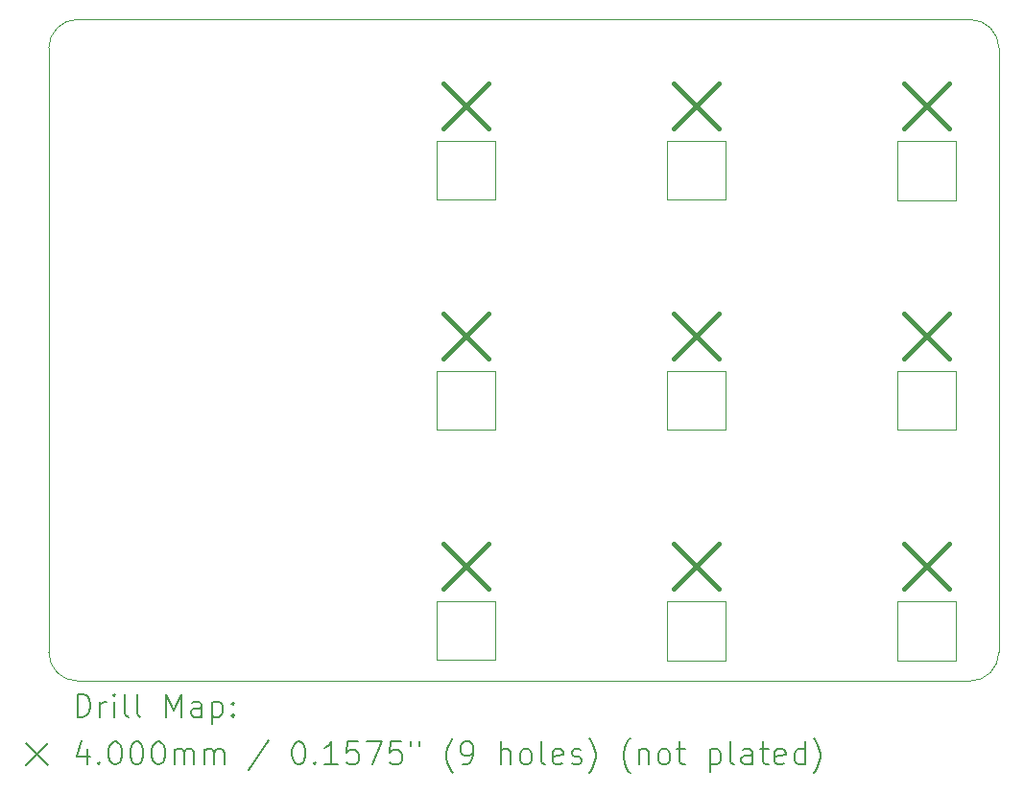
<source format=gbr>
%FSLAX45Y45*%
G04 Gerber Fmt 4.5, Leading zero omitted, Abs format (unit mm)*
G04 Created by KiCad (PCBNEW (6.0.5)) date 2022-06-04 16:39:08*
%MOMM*%
%LPD*%
G01*
G04 APERTURE LIST*
%TA.AperFunction,Profile*%
%ADD10C,0.100000*%
%TD*%
%TA.AperFunction,Profile*%
%ADD11C,0.050000*%
%TD*%
%ADD12C,0.200000*%
%ADD13C,0.400000*%
G04 APERTURE END LIST*
D10*
X10795000Y-11303000D02*
G75*
G03*
X11049000Y-11049000I0J254000D01*
G01*
D11*
X10153846Y-6534225D02*
X10672006Y-6534225D01*
X10672006Y-6534225D02*
X10672006Y-7055385D01*
X10672006Y-7055385D02*
X10153846Y-7055385D01*
X10153846Y-7055385D02*
X10153846Y-6534225D01*
D10*
X2921000Y-11303000D02*
X10795000Y-11303000D01*
D11*
X6090920Y-8567420D02*
X6609080Y-8567420D01*
X6609080Y-8567420D02*
X6609080Y-9085580D01*
X6609080Y-9085580D02*
X6090920Y-9085580D01*
X6090920Y-9085580D02*
X6090920Y-8567420D01*
X6090319Y-6534225D02*
X6608479Y-6534225D01*
X6608479Y-6534225D02*
X6608479Y-7054385D01*
X6608479Y-7054385D02*
X6090319Y-7054385D01*
X6090319Y-7054385D02*
X6090319Y-6534225D01*
X10153846Y-8565420D02*
X10672006Y-8565420D01*
X10672006Y-8565420D02*
X10672006Y-9085580D01*
X10672006Y-9085580D02*
X10153846Y-9085580D01*
X10153846Y-9085580D02*
X10153846Y-8565420D01*
X8122083Y-8565420D02*
X8640243Y-8565420D01*
X8640243Y-8565420D02*
X8640243Y-9085580D01*
X8640243Y-9085580D02*
X8122083Y-9085580D01*
X8122083Y-9085580D02*
X8122083Y-8565420D01*
X8122920Y-6533500D02*
X8641080Y-6533500D01*
X8641080Y-6533500D02*
X8641080Y-7053660D01*
X8641080Y-7053660D02*
X8122920Y-7053660D01*
X8122920Y-7053660D02*
X8122920Y-6533500D01*
D10*
X2667000Y-11049000D02*
X2667000Y-5715000D01*
X11049000Y-11049000D02*
X11049000Y-5715000D01*
X11049000Y-5715000D02*
G75*
G03*
X10795000Y-5461000I-254000J0D01*
G01*
D11*
X10154920Y-10597420D02*
X10673080Y-10597420D01*
X10673080Y-10597420D02*
X10673080Y-11119580D01*
X10673080Y-11119580D02*
X10154920Y-11119580D01*
X10154920Y-11119580D02*
X10154920Y-10597420D01*
D10*
X10795000Y-5461000D02*
X2921000Y-5461000D01*
D11*
X6090920Y-10598420D02*
X6609080Y-10598420D01*
X6609080Y-10598420D02*
X6609080Y-11117580D01*
X6609080Y-11117580D02*
X6090920Y-11117580D01*
X6090920Y-11117580D02*
X6090920Y-10598420D01*
X2667000Y-11049000D02*
G75*
G03*
X2921000Y-11303000I254000J0D01*
G01*
X8122920Y-10597420D02*
X8641080Y-10597420D01*
X8641080Y-10597420D02*
X8641080Y-11119580D01*
X8641080Y-11119580D02*
X8122920Y-11119580D01*
X8122920Y-11119580D02*
X8122920Y-10597420D01*
X2921000Y-5461000D02*
G75*
G03*
X2667000Y-5715000I0J-254000D01*
G01*
D12*
D13*
X6150000Y-6023000D02*
X6550000Y-6423000D01*
X6550000Y-6023000D02*
X6150000Y-6423000D01*
X6150000Y-8055000D02*
X6550000Y-8455000D01*
X6550000Y-8055000D02*
X6150000Y-8455000D01*
X6150000Y-10087000D02*
X6550000Y-10487000D01*
X6550000Y-10087000D02*
X6150000Y-10487000D01*
X8180078Y-8054039D02*
X8580078Y-8454039D01*
X8580078Y-8054039D02*
X8180078Y-8454039D01*
X8182000Y-6023000D02*
X8582000Y-6423000D01*
X8582000Y-6023000D02*
X8182000Y-6423000D01*
X8182000Y-10087000D02*
X8582000Y-10487000D01*
X8582000Y-10087000D02*
X8182000Y-10487000D01*
X10214000Y-6023000D02*
X10614000Y-6423000D01*
X10614000Y-6023000D02*
X10214000Y-6423000D01*
X10214000Y-8055000D02*
X10614000Y-8455000D01*
X10614000Y-8055000D02*
X10214000Y-8455000D01*
X10214000Y-10087000D02*
X10614000Y-10487000D01*
X10614000Y-10087000D02*
X10214000Y-10487000D01*
D12*
X2919619Y-11618476D02*
X2919619Y-11418476D01*
X2967238Y-11418476D01*
X2995809Y-11428000D01*
X3014857Y-11447048D01*
X3024381Y-11466095D01*
X3033905Y-11504190D01*
X3033905Y-11532762D01*
X3024381Y-11570857D01*
X3014857Y-11589905D01*
X2995809Y-11608952D01*
X2967238Y-11618476D01*
X2919619Y-11618476D01*
X3119619Y-11618476D02*
X3119619Y-11485143D01*
X3119619Y-11523238D02*
X3129143Y-11504190D01*
X3138667Y-11494667D01*
X3157714Y-11485143D01*
X3176762Y-11485143D01*
X3243428Y-11618476D02*
X3243428Y-11485143D01*
X3243428Y-11418476D02*
X3233905Y-11428000D01*
X3243428Y-11437524D01*
X3252952Y-11428000D01*
X3243428Y-11418476D01*
X3243428Y-11437524D01*
X3367238Y-11618476D02*
X3348190Y-11608952D01*
X3338667Y-11589905D01*
X3338667Y-11418476D01*
X3472000Y-11618476D02*
X3452952Y-11608952D01*
X3443428Y-11589905D01*
X3443428Y-11418476D01*
X3700571Y-11618476D02*
X3700571Y-11418476D01*
X3767238Y-11561333D01*
X3833905Y-11418476D01*
X3833905Y-11618476D01*
X4014857Y-11618476D02*
X4014857Y-11513714D01*
X4005333Y-11494667D01*
X3986286Y-11485143D01*
X3948190Y-11485143D01*
X3929143Y-11494667D01*
X4014857Y-11608952D02*
X3995809Y-11618476D01*
X3948190Y-11618476D01*
X3929143Y-11608952D01*
X3919619Y-11589905D01*
X3919619Y-11570857D01*
X3929143Y-11551809D01*
X3948190Y-11542286D01*
X3995809Y-11542286D01*
X4014857Y-11532762D01*
X4110095Y-11485143D02*
X4110095Y-11685143D01*
X4110095Y-11494667D02*
X4129143Y-11485143D01*
X4167238Y-11485143D01*
X4186286Y-11494667D01*
X4195810Y-11504190D01*
X4205333Y-11523238D01*
X4205333Y-11580381D01*
X4195810Y-11599428D01*
X4186286Y-11608952D01*
X4167238Y-11618476D01*
X4129143Y-11618476D01*
X4110095Y-11608952D01*
X4291048Y-11599428D02*
X4300571Y-11608952D01*
X4291048Y-11618476D01*
X4281524Y-11608952D01*
X4291048Y-11599428D01*
X4291048Y-11618476D01*
X4291048Y-11494667D02*
X4300571Y-11504190D01*
X4291048Y-11513714D01*
X4281524Y-11504190D01*
X4291048Y-11494667D01*
X4291048Y-11513714D01*
X2462000Y-11848000D02*
X2662000Y-12048000D01*
X2662000Y-11848000D02*
X2462000Y-12048000D01*
X3005333Y-11905143D02*
X3005333Y-12038476D01*
X2957714Y-11828952D02*
X2910095Y-11971809D01*
X3033905Y-11971809D01*
X3110095Y-12019428D02*
X3119619Y-12028952D01*
X3110095Y-12038476D01*
X3100571Y-12028952D01*
X3110095Y-12019428D01*
X3110095Y-12038476D01*
X3243428Y-11838476D02*
X3262476Y-11838476D01*
X3281524Y-11848000D01*
X3291048Y-11857524D01*
X3300571Y-11876571D01*
X3310095Y-11914667D01*
X3310095Y-11962286D01*
X3300571Y-12000381D01*
X3291048Y-12019428D01*
X3281524Y-12028952D01*
X3262476Y-12038476D01*
X3243428Y-12038476D01*
X3224381Y-12028952D01*
X3214857Y-12019428D01*
X3205333Y-12000381D01*
X3195809Y-11962286D01*
X3195809Y-11914667D01*
X3205333Y-11876571D01*
X3214857Y-11857524D01*
X3224381Y-11848000D01*
X3243428Y-11838476D01*
X3433905Y-11838476D02*
X3452952Y-11838476D01*
X3472000Y-11848000D01*
X3481524Y-11857524D01*
X3491048Y-11876571D01*
X3500571Y-11914667D01*
X3500571Y-11962286D01*
X3491048Y-12000381D01*
X3481524Y-12019428D01*
X3472000Y-12028952D01*
X3452952Y-12038476D01*
X3433905Y-12038476D01*
X3414857Y-12028952D01*
X3405333Y-12019428D01*
X3395809Y-12000381D01*
X3386286Y-11962286D01*
X3386286Y-11914667D01*
X3395809Y-11876571D01*
X3405333Y-11857524D01*
X3414857Y-11848000D01*
X3433905Y-11838476D01*
X3624381Y-11838476D02*
X3643428Y-11838476D01*
X3662476Y-11848000D01*
X3672000Y-11857524D01*
X3681524Y-11876571D01*
X3691048Y-11914667D01*
X3691048Y-11962286D01*
X3681524Y-12000381D01*
X3672000Y-12019428D01*
X3662476Y-12028952D01*
X3643428Y-12038476D01*
X3624381Y-12038476D01*
X3605333Y-12028952D01*
X3595809Y-12019428D01*
X3586286Y-12000381D01*
X3576762Y-11962286D01*
X3576762Y-11914667D01*
X3586286Y-11876571D01*
X3595809Y-11857524D01*
X3605333Y-11848000D01*
X3624381Y-11838476D01*
X3776762Y-12038476D02*
X3776762Y-11905143D01*
X3776762Y-11924190D02*
X3786286Y-11914667D01*
X3805333Y-11905143D01*
X3833905Y-11905143D01*
X3852952Y-11914667D01*
X3862476Y-11933714D01*
X3862476Y-12038476D01*
X3862476Y-11933714D02*
X3872000Y-11914667D01*
X3891048Y-11905143D01*
X3919619Y-11905143D01*
X3938667Y-11914667D01*
X3948190Y-11933714D01*
X3948190Y-12038476D01*
X4043428Y-12038476D02*
X4043428Y-11905143D01*
X4043428Y-11924190D02*
X4052952Y-11914667D01*
X4072000Y-11905143D01*
X4100571Y-11905143D01*
X4119619Y-11914667D01*
X4129143Y-11933714D01*
X4129143Y-12038476D01*
X4129143Y-11933714D02*
X4138667Y-11914667D01*
X4157714Y-11905143D01*
X4186286Y-11905143D01*
X4205333Y-11914667D01*
X4214857Y-11933714D01*
X4214857Y-12038476D01*
X4605333Y-11828952D02*
X4433905Y-12086095D01*
X4862476Y-11838476D02*
X4881524Y-11838476D01*
X4900571Y-11848000D01*
X4910095Y-11857524D01*
X4919619Y-11876571D01*
X4929143Y-11914667D01*
X4929143Y-11962286D01*
X4919619Y-12000381D01*
X4910095Y-12019428D01*
X4900571Y-12028952D01*
X4881524Y-12038476D01*
X4862476Y-12038476D01*
X4843429Y-12028952D01*
X4833905Y-12019428D01*
X4824381Y-12000381D01*
X4814857Y-11962286D01*
X4814857Y-11914667D01*
X4824381Y-11876571D01*
X4833905Y-11857524D01*
X4843429Y-11848000D01*
X4862476Y-11838476D01*
X5014857Y-12019428D02*
X5024381Y-12028952D01*
X5014857Y-12038476D01*
X5005333Y-12028952D01*
X5014857Y-12019428D01*
X5014857Y-12038476D01*
X5214857Y-12038476D02*
X5100571Y-12038476D01*
X5157714Y-12038476D02*
X5157714Y-11838476D01*
X5138667Y-11867048D01*
X5119619Y-11886095D01*
X5100571Y-11895619D01*
X5395810Y-11838476D02*
X5300571Y-11838476D01*
X5291048Y-11933714D01*
X5300571Y-11924190D01*
X5319619Y-11914667D01*
X5367238Y-11914667D01*
X5386286Y-11924190D01*
X5395810Y-11933714D01*
X5405333Y-11952762D01*
X5405333Y-12000381D01*
X5395810Y-12019428D01*
X5386286Y-12028952D01*
X5367238Y-12038476D01*
X5319619Y-12038476D01*
X5300571Y-12028952D01*
X5291048Y-12019428D01*
X5472000Y-11838476D02*
X5605333Y-11838476D01*
X5519619Y-12038476D01*
X5776762Y-11838476D02*
X5681524Y-11838476D01*
X5672000Y-11933714D01*
X5681524Y-11924190D01*
X5700571Y-11914667D01*
X5748190Y-11914667D01*
X5767238Y-11924190D01*
X5776762Y-11933714D01*
X5786286Y-11952762D01*
X5786286Y-12000381D01*
X5776762Y-12019428D01*
X5767238Y-12028952D01*
X5748190Y-12038476D01*
X5700571Y-12038476D01*
X5681524Y-12028952D01*
X5672000Y-12019428D01*
X5862476Y-11838476D02*
X5862476Y-11876571D01*
X5938667Y-11838476D02*
X5938667Y-11876571D01*
X6233905Y-12114667D02*
X6224381Y-12105143D01*
X6205333Y-12076571D01*
X6195809Y-12057524D01*
X6186286Y-12028952D01*
X6176762Y-11981333D01*
X6176762Y-11943238D01*
X6186286Y-11895619D01*
X6195809Y-11867048D01*
X6205333Y-11848000D01*
X6224381Y-11819428D01*
X6233905Y-11809905D01*
X6319619Y-12038476D02*
X6357714Y-12038476D01*
X6376762Y-12028952D01*
X6386286Y-12019428D01*
X6405333Y-11990857D01*
X6414857Y-11952762D01*
X6414857Y-11876571D01*
X6405333Y-11857524D01*
X6395809Y-11848000D01*
X6376762Y-11838476D01*
X6338667Y-11838476D01*
X6319619Y-11848000D01*
X6310095Y-11857524D01*
X6300571Y-11876571D01*
X6300571Y-11924190D01*
X6310095Y-11943238D01*
X6319619Y-11952762D01*
X6338667Y-11962286D01*
X6376762Y-11962286D01*
X6395809Y-11952762D01*
X6405333Y-11943238D01*
X6414857Y-11924190D01*
X6652952Y-12038476D02*
X6652952Y-11838476D01*
X6738667Y-12038476D02*
X6738667Y-11933714D01*
X6729143Y-11914667D01*
X6710095Y-11905143D01*
X6681524Y-11905143D01*
X6662476Y-11914667D01*
X6652952Y-11924190D01*
X6862476Y-12038476D02*
X6843428Y-12028952D01*
X6833905Y-12019428D01*
X6824381Y-12000381D01*
X6824381Y-11943238D01*
X6833905Y-11924190D01*
X6843428Y-11914667D01*
X6862476Y-11905143D01*
X6891048Y-11905143D01*
X6910095Y-11914667D01*
X6919619Y-11924190D01*
X6929143Y-11943238D01*
X6929143Y-12000381D01*
X6919619Y-12019428D01*
X6910095Y-12028952D01*
X6891048Y-12038476D01*
X6862476Y-12038476D01*
X7043428Y-12038476D02*
X7024381Y-12028952D01*
X7014857Y-12009905D01*
X7014857Y-11838476D01*
X7195809Y-12028952D02*
X7176762Y-12038476D01*
X7138667Y-12038476D01*
X7119619Y-12028952D01*
X7110095Y-12009905D01*
X7110095Y-11933714D01*
X7119619Y-11914667D01*
X7138667Y-11905143D01*
X7176762Y-11905143D01*
X7195809Y-11914667D01*
X7205333Y-11933714D01*
X7205333Y-11952762D01*
X7110095Y-11971809D01*
X7281524Y-12028952D02*
X7300571Y-12038476D01*
X7338667Y-12038476D01*
X7357714Y-12028952D01*
X7367238Y-12009905D01*
X7367238Y-12000381D01*
X7357714Y-11981333D01*
X7338667Y-11971809D01*
X7310095Y-11971809D01*
X7291048Y-11962286D01*
X7281524Y-11943238D01*
X7281524Y-11933714D01*
X7291048Y-11914667D01*
X7310095Y-11905143D01*
X7338667Y-11905143D01*
X7357714Y-11914667D01*
X7433905Y-12114667D02*
X7443428Y-12105143D01*
X7462476Y-12076571D01*
X7472000Y-12057524D01*
X7481524Y-12028952D01*
X7491048Y-11981333D01*
X7491048Y-11943238D01*
X7481524Y-11895619D01*
X7472000Y-11867048D01*
X7462476Y-11848000D01*
X7443428Y-11819428D01*
X7433905Y-11809905D01*
X7795809Y-12114667D02*
X7786286Y-12105143D01*
X7767238Y-12076571D01*
X7757714Y-12057524D01*
X7748190Y-12028952D01*
X7738667Y-11981333D01*
X7738667Y-11943238D01*
X7748190Y-11895619D01*
X7757714Y-11867048D01*
X7767238Y-11848000D01*
X7786286Y-11819428D01*
X7795809Y-11809905D01*
X7872000Y-11905143D02*
X7872000Y-12038476D01*
X7872000Y-11924190D02*
X7881524Y-11914667D01*
X7900571Y-11905143D01*
X7929143Y-11905143D01*
X7948190Y-11914667D01*
X7957714Y-11933714D01*
X7957714Y-12038476D01*
X8081524Y-12038476D02*
X8062476Y-12028952D01*
X8052952Y-12019428D01*
X8043428Y-12000381D01*
X8043428Y-11943238D01*
X8052952Y-11924190D01*
X8062476Y-11914667D01*
X8081524Y-11905143D01*
X8110095Y-11905143D01*
X8129143Y-11914667D01*
X8138667Y-11924190D01*
X8148190Y-11943238D01*
X8148190Y-12000381D01*
X8138667Y-12019428D01*
X8129143Y-12028952D01*
X8110095Y-12038476D01*
X8081524Y-12038476D01*
X8205333Y-11905143D02*
X8281524Y-11905143D01*
X8233905Y-11838476D02*
X8233905Y-12009905D01*
X8243428Y-12028952D01*
X8262476Y-12038476D01*
X8281524Y-12038476D01*
X8500571Y-11905143D02*
X8500571Y-12105143D01*
X8500571Y-11914667D02*
X8519619Y-11905143D01*
X8557714Y-11905143D01*
X8576762Y-11914667D01*
X8586286Y-11924190D01*
X8595810Y-11943238D01*
X8595810Y-12000381D01*
X8586286Y-12019428D01*
X8576762Y-12028952D01*
X8557714Y-12038476D01*
X8519619Y-12038476D01*
X8500571Y-12028952D01*
X8710095Y-12038476D02*
X8691048Y-12028952D01*
X8681524Y-12009905D01*
X8681524Y-11838476D01*
X8872000Y-12038476D02*
X8872000Y-11933714D01*
X8862476Y-11914667D01*
X8843429Y-11905143D01*
X8805333Y-11905143D01*
X8786286Y-11914667D01*
X8872000Y-12028952D02*
X8852952Y-12038476D01*
X8805333Y-12038476D01*
X8786286Y-12028952D01*
X8776762Y-12009905D01*
X8776762Y-11990857D01*
X8786286Y-11971809D01*
X8805333Y-11962286D01*
X8852952Y-11962286D01*
X8872000Y-11952762D01*
X8938667Y-11905143D02*
X9014857Y-11905143D01*
X8967238Y-11838476D02*
X8967238Y-12009905D01*
X8976762Y-12028952D01*
X8995810Y-12038476D01*
X9014857Y-12038476D01*
X9157714Y-12028952D02*
X9138667Y-12038476D01*
X9100571Y-12038476D01*
X9081524Y-12028952D01*
X9072000Y-12009905D01*
X9072000Y-11933714D01*
X9081524Y-11914667D01*
X9100571Y-11905143D01*
X9138667Y-11905143D01*
X9157714Y-11914667D01*
X9167238Y-11933714D01*
X9167238Y-11952762D01*
X9072000Y-11971809D01*
X9338667Y-12038476D02*
X9338667Y-11838476D01*
X9338667Y-12028952D02*
X9319619Y-12038476D01*
X9281524Y-12038476D01*
X9262476Y-12028952D01*
X9252952Y-12019428D01*
X9243429Y-12000381D01*
X9243429Y-11943238D01*
X9252952Y-11924190D01*
X9262476Y-11914667D01*
X9281524Y-11905143D01*
X9319619Y-11905143D01*
X9338667Y-11914667D01*
X9414857Y-12114667D02*
X9424381Y-12105143D01*
X9443429Y-12076571D01*
X9452952Y-12057524D01*
X9462476Y-12028952D01*
X9472000Y-11981333D01*
X9472000Y-11943238D01*
X9462476Y-11895619D01*
X9452952Y-11867048D01*
X9443429Y-11848000D01*
X9424381Y-11819428D01*
X9414857Y-11809905D01*
M02*

</source>
